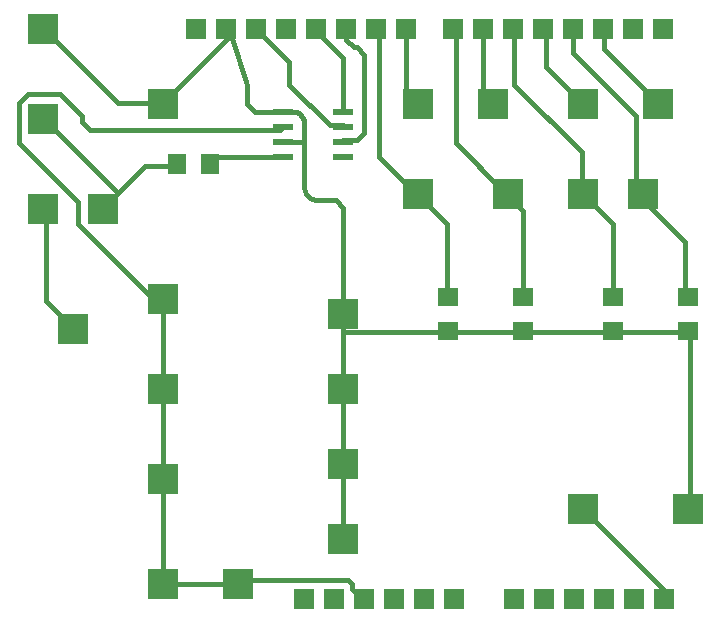
<source format=gtl>
G75*
%MOIN*%
%OFA0B0*%
%FSLAX25Y25*%
%IPPOS*%
%LPD*%
%AMOC8*
5,1,8,0,0,1.08239X$1,22.5*
%
%ADD10R,0.06772X0.02362*%
%ADD11R,0.06600X0.06600*%
%ADD12R,0.06299X0.07098*%
%ADD13R,0.07098X0.06299*%
%ADD14R,0.10000X0.10000*%
%ADD15C,0.01500*%
%ADD16C,0.01600*%
D10*
X0152000Y0162500D03*
X0152000Y0167500D03*
X0152000Y0172500D03*
X0152000Y0177500D03*
X0172000Y0177500D03*
X0172000Y0172500D03*
X0172000Y0167500D03*
X0172000Y0162500D03*
D11*
X0173000Y0205000D03*
X0163000Y0205000D03*
X0153000Y0205000D03*
X0143000Y0205000D03*
X0133000Y0205000D03*
X0123000Y0205000D03*
X0183000Y0205000D03*
X0193000Y0205000D03*
X0208500Y0205000D03*
X0218500Y0205000D03*
X0228500Y0205000D03*
X0238500Y0205000D03*
X0248500Y0205000D03*
X0258500Y0205000D03*
X0268500Y0205000D03*
X0278500Y0205000D03*
X0279000Y0015000D03*
X0269000Y0015000D03*
X0259000Y0015000D03*
X0249000Y0015000D03*
X0239000Y0015000D03*
X0229000Y0015000D03*
X0209000Y0015000D03*
X0199000Y0015000D03*
X0189000Y0015000D03*
X0179000Y0015000D03*
X0169000Y0015000D03*
X0159000Y0015000D03*
D12*
X0127598Y0160000D03*
X0116402Y0160000D03*
D13*
X0207000Y0115598D03*
X0207000Y0104402D03*
X0232000Y0104402D03*
X0232000Y0115598D03*
X0262000Y0115598D03*
X0262000Y0104402D03*
X0287000Y0104402D03*
X0287000Y0115598D03*
D14*
X0112000Y0020000D03*
X0137000Y0020000D03*
X0172000Y0035000D03*
X0172000Y0060000D03*
X0172000Y0085000D03*
X0172000Y0110000D03*
X0197000Y0150000D03*
X0227000Y0150000D03*
X0252000Y0150000D03*
X0272000Y0150000D03*
X0277000Y0180000D03*
X0252000Y0180000D03*
X0222000Y0180000D03*
X0197000Y0180000D03*
X0112000Y0180000D03*
X0072000Y0175000D03*
X0072000Y0145000D03*
X0092000Y0145000D03*
X0112000Y0115000D03*
X0082000Y0105000D03*
X0112000Y0085000D03*
X0112000Y0055000D03*
X0252000Y0045000D03*
X0287000Y0045000D03*
X0072000Y0205000D03*
D15*
X0073000Y0204500D01*
X0097000Y0180500D01*
X0112000Y0180500D01*
X0112000Y0180000D01*
X0112000Y0180500D02*
X0134500Y0203000D01*
X0133000Y0205000D01*
X0133000Y0204500D01*
X0134500Y0203000D01*
X0140000Y0186500D01*
X0140000Y0180000D01*
X0142500Y0177500D01*
X0152000Y0177500D01*
X0152000Y0172500D02*
X0151000Y0171500D01*
X0087500Y0171500D01*
X0085000Y0174000D01*
X0085000Y0176000D01*
X0077500Y0183500D01*
X0067000Y0183500D01*
X0064000Y0180500D01*
X0064000Y0167000D01*
X0083500Y0147500D01*
X0083500Y0140000D01*
X0107500Y0116000D01*
X0112000Y0116000D01*
X0112000Y0115000D01*
X0112000Y0085000D01*
X0112000Y0055000D01*
X0112000Y0020000D01*
X0137000Y0020000D01*
X0137500Y0020000D01*
X0139000Y0021500D01*
X0173500Y0021500D01*
X0175000Y0020000D01*
X0175000Y0018500D01*
X0178000Y0015500D01*
X0179000Y0015000D01*
X0172000Y0035000D02*
X0172000Y0060000D01*
X0172000Y0085000D01*
X0172000Y0104000D01*
X0206500Y0104000D01*
X0207000Y0104402D01*
X0208000Y0104000D01*
X0232000Y0104000D01*
X0232000Y0104402D01*
X0232000Y0104000D02*
X0262000Y0104000D01*
X0262000Y0104402D01*
X0262000Y0104000D02*
X0286000Y0104000D01*
X0287000Y0104402D01*
X0287500Y0104000D01*
X0287500Y0045500D01*
X0287000Y0045000D01*
X0278500Y0018500D02*
X0252000Y0045000D01*
X0278500Y0018500D02*
X0278500Y0015500D01*
X0279000Y0015000D01*
X0172000Y0104000D02*
X0172000Y0108000D01*
X0172000Y0110000D01*
X0206500Y0116000D02*
X0207000Y0115598D01*
X0206500Y0116000D02*
X0206500Y0140000D01*
X0197500Y0149000D01*
X0197000Y0150000D01*
X0196000Y0150500D01*
X0184000Y0162500D01*
X0184000Y0204500D01*
X0183000Y0205000D01*
X0193000Y0205000D02*
X0193000Y0183500D01*
X0196000Y0180500D01*
X0197000Y0180000D01*
X0209500Y0167000D02*
X0226000Y0150500D01*
X0227000Y0150000D01*
X0227500Y0149000D01*
X0232000Y0144500D01*
X0232000Y0115598D01*
X0262000Y0115598D02*
X0262000Y0140000D01*
X0252000Y0150000D01*
X0251500Y0150500D01*
X0251500Y0164000D01*
X0229000Y0186500D01*
X0229000Y0204500D01*
X0228500Y0205000D01*
X0218500Y0205000D02*
X0218500Y0183500D01*
X0222000Y0180000D01*
X0209500Y0167000D02*
X0209500Y0204500D01*
X0208500Y0205000D01*
X0238500Y0205000D02*
X0239500Y0204500D01*
X0239500Y0192500D01*
X0252000Y0180000D01*
X0248500Y0197000D02*
X0269500Y0176000D01*
X0269500Y0152000D01*
X0271000Y0150500D01*
X0272000Y0150000D01*
X0271000Y0149000D01*
X0286000Y0134000D01*
X0286000Y0116000D01*
X0287000Y0115598D01*
X0277000Y0180000D02*
X0277000Y0180500D01*
X0259000Y0198500D01*
X0259000Y0204500D01*
X0258500Y0205000D01*
X0248500Y0205000D02*
X0248500Y0197000D01*
X0172000Y0195500D02*
X0172000Y0177500D01*
X0172000Y0173000D02*
X0172000Y0172500D01*
X0172000Y0173000D02*
X0167500Y0173000D01*
X0154000Y0186500D01*
X0154000Y0194000D01*
X0143000Y0205000D01*
X0163000Y0205000D02*
X0163000Y0204500D01*
X0172000Y0195500D01*
X0152000Y0162500D02*
X0130000Y0162500D01*
X0128500Y0161000D01*
X0127598Y0160000D01*
X0116402Y0160000D02*
X0115000Y0159500D01*
X0106000Y0159500D01*
X0097000Y0150500D01*
X0073000Y0174500D01*
X0072000Y0175000D01*
X0097000Y0150500D02*
X0092500Y0146000D01*
X0092000Y0145000D01*
X0073000Y0144500D02*
X0072000Y0145000D01*
X0073000Y0144500D02*
X0073000Y0114500D01*
X0082000Y0105500D01*
X0082000Y0105000D01*
D16*
X0159639Y0149992D02*
X0160992Y0148639D01*
X0162536Y0148000D01*
X0169500Y0148000D01*
X0172000Y0145500D01*
X0172000Y0108000D01*
X0159639Y0149992D02*
X0159190Y0151076D01*
X0159000Y0152033D01*
X0159000Y0167000D01*
X0158500Y0167500D01*
X0152000Y0167500D01*
X0159000Y0167000D02*
X0159000Y0174642D01*
X0157678Y0176847D01*
X0156457Y0177500D01*
X0152000Y0177500D01*
X0172000Y0168000D02*
X0172000Y0167500D01*
X0172000Y0168000D02*
X0176500Y0168000D01*
X0179000Y0170500D01*
X0179000Y0196500D01*
X0176500Y0199000D01*
X0175500Y0199000D01*
X0173000Y0201500D01*
X0173000Y0205000D01*
M02*

</source>
